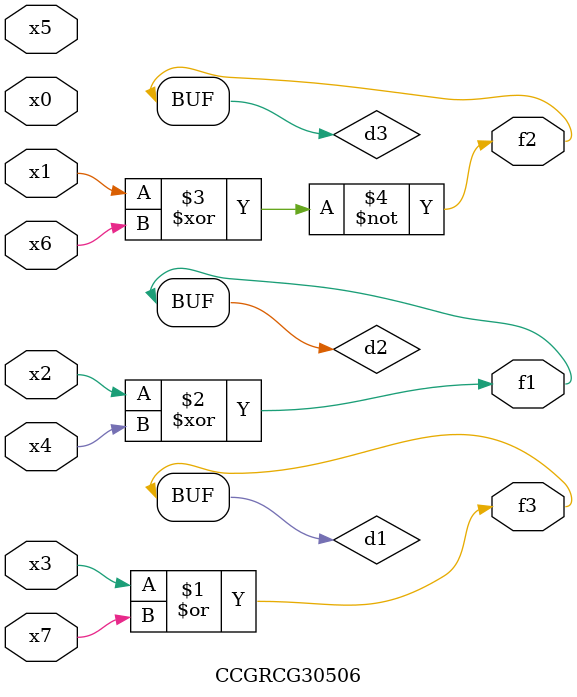
<source format=v>
module CCGRCG30506(
	input x0, x1, x2, x3, x4, x5, x6, x7,
	output f1, f2, f3
);

	wire d1, d2, d3;

	or (d1, x3, x7);
	xor (d2, x2, x4);
	xnor (d3, x1, x6);
	assign f1 = d2;
	assign f2 = d3;
	assign f3 = d1;
endmodule

</source>
